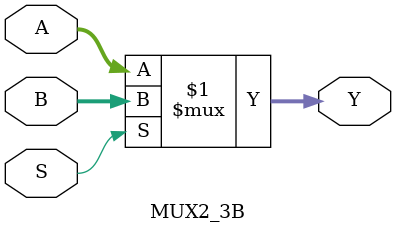
<source format=v>

module MUX2_3B (A,B,S,Y);
    input [2:0] A,B;
    input S;
    output [2:0] Y;
    assign Y = (S)? B: A; 
endmodule


</source>
